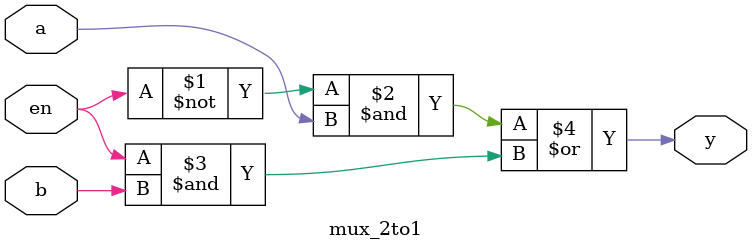
<source format=sv>
`timescale 1ns / 1ps


module mux_2to1(input logic a,b,en,
    output logic y
    );
assign y = (~en & a)|(en & b);
//alternate method:
//conditional statement: y = en ? b : a;
endmodule

</source>
